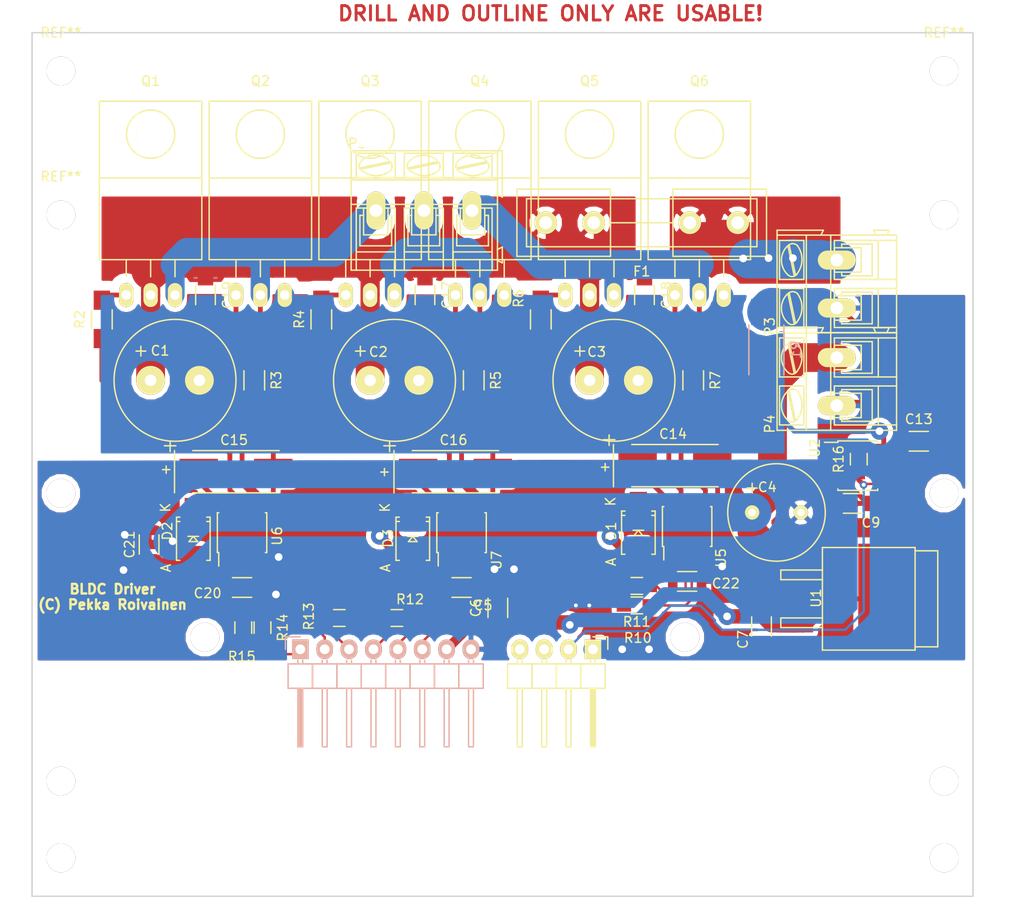
<source format=kicad_pcb>
(kicad_pcb (version 4) (host pcbnew "(2015-08-01 BZR 6032)-product")
  (layers (0 F.Cu signal) (31 B.Cu signal) (34 B.Paste user) (35 F.Paste user) (36 B.SilkS user) (37 F.SilkS user) (38 B.Mask user) (39 F.Mask user) (44 Edge.Cuts user))
  (net 0 "")
  (net 1 GND)
  (net 2 +48V)
  (net 3 +12V)
  (net 4 /MOTOR_C)
  (net 5 /MOTOR_A)
  (net 6 "Net-(C14-Pad1)")
  (net 7 /MOTOR_B)
  (net 8 "Net-(C15-Pad1)")
  (net 9 /L_C)
  (net 10 /H_C)
  (net 11 /L_B)
  (net 12 /H_B)
  (net 13 /L_A)
  (net 14 /H_A)
  (net 15 GNDPWR)
  (net 16 +5V)
  (net 17 "Net-(C16-Pad1)")
  (net 18 "Net-(Q1-Pad1)")
  (net 19 "Net-(Q2-Pad1)")
  (net 20 "Net-(Q3-Pad1)")
  (net 21 "Net-(Q4-Pad1)")
  (net 22 "Net-(Q5-Pad1)")
  (net 23 "Net-(Q6-Pad1)")
  (net 24 "Net-(R2-Pad1)")
  (net 25 "Net-(R3-Pad2)")
  (net 26 "Net-(R4-Pad1)")
  (net 27 "Net-(R5-Pad2)")
  (net 28 "Net-(R6-Pad1)")
  (net 29 "Net-(R7-Pad2)")
  (net 30 "Net-(C9-Pad1)")
  (net 31 /MEAS_BUS)
  (net 32 "Net-(P2-Pad1)")
  (net 33 "Net-(P2-Pad2)")
  (net 34 "Net-(P2-Pad3)")
  (net 35 "Net-(P2-Pad4)")
  (net 36 "Net-(P2-Pad5)")
  (net 37 "Net-(P2-Pad6)")
  (net 38 "Net-(F1-Pad1)")
  (module Mounting_Holes:MountingHole_3mm (layer F.Cu) (at 241 131)
    (fp_text reference REF** hide)
    (fp_text value MountingHole_3mm)
    (pad 1 thru_hole circle (at 0 0) (size 3 3) (drill 3) (layers))
  )
  (module Mounting_Holes:MountingHole_3mm (layer F.Cu) (at 149 131)
    (fp_text reference REF** hide)
    (fp_text value MountingHole_3mm)
    (pad 1 thru_hole circle (at 0 0) (size 3 3) (drill 3) (layers))
  )
  (module Mounting_Holes:MountingHole_3mm (layer F.Cu) (at 241 123)
    (fp_text reference REF** hide)
    (fp_text value MountingHole_3mm)
    (pad 1 thru_hole circle (at 0 0) (size 3 3) (drill 3) (layers))
  )
  (module Mounting_Holes:MountingHole_3mm (layer F.Cu) (at 149 123)
    (fp_text reference REF** hide)
    (fp_text value MountingHole_3mm)
    (pad 1 thru_hole circle (at 0 0) (size 3 3) (drill 3) (layers))
  )
  (module Mounting_Holes:MountingHole_3mm (layer F.Cu) (at 241 49)
    (fp_text reference REF** (at 0 -4.0005) (layer F.SilkS))
    (fp_text value MountingHole_3mm)
    (pad 1 thru_hole circle (at 0 0) (size 3 3) (drill 3) (layers))
  )
  (module Mounting_Holes:MountingHole_3mm (layer F.Cu) (at 149 49)
    (fp_text reference REF** (at 0 -4.0005) (layer F.SilkS))
    (fp_text value MountingHole_3mm)
    (pad 1 thru_hole circle (at 0 0) (size 3 3) (drill 3) (layers))
  )
  (module Mounting_Holes:MountingHole_3mm (layer F.Cu) (at 241 64)
    (fp_text reference REF** hide)
    (fp_text value MountingHole_3mm)
    (pad 1 thru_hole circle (at 0 0) (size 3 3) (drill 3) (layers))
  )
  (module Mounting_Holes:MountingHole_3mm (layer F.Cu) (at 241 93)
    (fp_text reference REF** hide)
    (fp_text value MountingHole_3mm)
    (pad 1 thru_hole circle (at 0 0) (size 3 3) (drill 3) (layers))
  )
  (module Mounting_Holes:MountingHole_3mm (layer F.Cu) (at 214 108)
    (fp_text reference REF** hide)
    (fp_text value MountingHole_3mm)
    (pad 1 thru_hole circle (at 0 0) (size 3 3) (drill 3) (layers))
  )
  (module Mounting_Holes:MountingHole_3mm (layer F.Cu) (at 164 108)
    (fp_text reference REF** hide)
    (fp_text value MountingHole_3mm)
    (pad 1 thru_hole circle (at 0 0) (size 3 3) (drill 3) (layers))
  )
  (module Mounting_Holes:MountingHole_3mm (layer F.Cu) (at 149 93)
    (fp_text reference REF** hide)
    (fp_text value MountingHole_3mm)
    (pad 1 thru_hole circle (at 0 0) (size 3 3) (drill 3) (layers))
  )
  (module Capacitors_Elko_ThroughHole:Elko_vert_25x12.5mm_RM5 (layer F.Cu) (at 158.35 81.23)
    (fp_text reference C1 (at 0.985 -3.085) (layer F.SilkS))
    (fp_text value CP)
    (fp_line (start -1.016 -3.556) (end -1.016 -2.54) (layer F.Cu) (width 0.15))
    (fp_line (start -1.524 -3.048) (end -0.508 -3.048) (layer F.Cu) (width 0.15))
    (pad 2 thru_hole circle (at 5.08 0) (size 2.99974 2.99974) (drill 1.19888) (layers *.Cu *.Mask F.SilkS) (net 15 GNDPWR))
    (pad 1 thru_hole circle (at 0 0) (size 2.99974 2.99974) (drill 1.19888) (layers *.Cu *.Mask F.SilkS) (net 2 +48V))
  )
  (module Capacitors_Elko_ThroughHole:Elko_vert_25x12.5mm_RM5 (layer F.Cu) (at 181.21 81.23)
    (fp_text reference C2 (at 0.858 -2.958) (layer F.SilkS))
    (fp_text value CP)
    (fp_line (start -1.016 -3.556) (end -1.016 -2.54) (layer F.Cu) (width 0.15))
    (fp_line (start -1.524 -3.048) (end -0.508 -3.048) (layer F.Cu) (width 0.15))
    (pad 2 thru_hole circle (at 5.08 0) (size 2.99974 2.99974) (drill 1.19888) (layers *.Cu *.Mask F.SilkS) (net 15 GNDPWR))
    (pad 1 thru_hole circle (at 0 0) (size 2.99974 2.99974) (drill 1.19888) (layers *.Cu *.Mask F.SilkS) (net 2 +48V))
  )
  (module Capacitors_Elko_ThroughHole:Elko_vert_25x12.5mm_RM5 (layer F.Cu) (at 204.07 81.23)
    (fp_text reference C3 (at 0.731 -2.958) (layer F.SilkS))
    (fp_text value CP)
    (fp_line (start -1.016 -3.556) (end -1.016 -2.54) (layer F.Cu) (width 0.15))
    (fp_line (start -1.524 -3.048) (end -0.508 -3.048) (layer F.Cu) (width 0.15))
    (pad 2 thru_hole circle (at 5.08 0) (size 2.99974 2.99974) (drill 1.19888) (layers *.Cu *.Mask F.SilkS) (net 15 GNDPWR))
    (pad 1 thru_hole circle (at 0 0) (size 2.99974 2.99974) (drill 1.19888) (layers *.Cu *.Mask F.SilkS) (net 2 +48V))
  )
  (module Capacitors_Elko_ThroughHole:Elko_vert_20x10mm_RM5 (layer F.Cu) (at 221 95)
    (fp_text reference C4 (at 1.581 -2.631) (layer F.SilkS))
    (fp_text value CP)
    (fp_line (start -0.508 -2.54) (end 0.508 -2.54) (layer F.Cu) (width 0.15))
    (fp_line (start 0 -3.048) (end 0 -2.032) (layer F.Cu) (width 0.15))
    (pad 2 thru_hole circle (at 5.08 0) (size 1.50114 1.50114) (drill 0.8001) (layers *.Cu *.Mask F.SilkS) (net 1 GND))
    (pad 1 thru_hole circle (at 0 0) (size 1.50114 1.50114) (drill 0.8001) (layers *.Cu *.Mask F.SilkS) (net 3 +12V))
  )
  (module Capacitors_SMD:C_1206 (layer F.Cu) (at 190.735 102.82)
    (fp_text reference C5 (at 2.255 1.868) (layer F.SilkS))
    (fp_text value C)
    (pad 1 smd rect (at -1.5 0) (size 1 1.6) (layers F.Cu F.Paste F.Mask) (net 3 +12V))
    (pad 2 smd rect (at 1.5 0) (size 1 1.6) (layers F.Cu F.Paste F.Mask) (net 1 GND))
  )
  (module Capacitors_SMD:C_1206 (layer F.Cu) (at 194.514 104.942 90)
    (fp_text reference C6 (at 0 -2.3 90) (layer F.SilkS))
    (fp_text value C)
    (pad 1 smd rect (at -1.5 0 90) (size 1 1.6) (layers F.Cu F.Paste F.Mask) (net 16 +5V))
    (pad 2 smd rect (at 1.5 0 90) (size 1 1.6) (layers F.Cu F.Paste F.Mask) (net 1 GND))
  )
  (module Capacitors_SMD:C_1206 (layer F.Cu) (at 221.977 106.884 270)
    (fp_text reference C7 (at 1.36 1.936 270) (layer F.SilkS))
    (fp_text value C)
    (pad 1 smd rect (at -1.5 0 270) (size 1 1.6) (layers F.Cu F.Paste F.Mask) (net 16 +5V))
    (pad 2 smd rect (at 1.5 0 270) (size 1 1.6) (layers F.Cu F.Paste F.Mask) (net 1 GND))
  )
  (module Capacitors_SMD:C_1206 (layer F.Cu) (at 231.502 94.057)
    (fp_text reference C9 (at 1.874 1.995) (layer F.SilkS))
    (fp_text value C)
    (pad 1 smd rect (at -1.5 0) (size 1 1.6) (layers F.Cu F.Paste F.Mask) (net 30 "Net-(C9-Pad1)"))
    (pad 2 smd rect (at 1.5 0) (size 1 1.6) (layers F.Cu F.Paste F.Mask) (net 1 GND))
  )
  (module Capacitors_SMD:C_1206 (layer F.Cu) (at 238.36 87.58)
    (fp_text reference C13 (at 0 -2.3) (layer F.SilkS))
    (fp_text value C)
    (pad 1 smd rect (at -1.5 0) (size 1 1.6) (layers F.Cu F.Paste F.Mask) (net 16 +5V))
    (pad 2 smd rect (at 1.5 0) (size 1 1.6) (layers F.Cu F.Paste F.Mask) (net 1 GND))
  )
  (module Capacitors_Tantalum_SMD:TantalC_SizeD_EIA-7343_HandSoldering (layer F.Cu) (at 212.96 90.12)
    (fp_text reference C14 (at -0.20066 -3.29946) (layer F.SilkS))
    (fp_text value 22u)
    (fp_text user + (at -7.27 0.09) (layer F.SilkS))
    (pad 2 smd rect (at 3.88874 0) (size 4.0005 2.70002) (layers F.Cu F.Paste F.Mask) (net 4 /MOTOR_C))
    (pad 1 smd rect (at -3.88874 0) (size 4.0005 2.70002) (layers F.Cu F.Paste F.Mask) (net 6 "Net-(C14-Pad1)"))
  )
  (module Capacitors_Tantalum_SMD:TantalC_SizeD_EIA-7343_HandSoldering (layer F.Cu) (at 167.24 90.755)
    (fp_text reference C15 (at -0.20066 -3.29946) (layer F.SilkS))
    (fp_text value 22u)
    (fp_text user + (at -7.27 -0.291) (layer F.SilkS))
    (pad 2 smd rect (at 3.88874 0) (size 4.0005 2.70002) (layers F.Cu F.Paste F.Mask) (net 5 /MOTOR_A))
    (pad 1 smd rect (at -3.88874 0) (size 4.0005 2.70002) (layers F.Cu F.Paste F.Mask) (net 8 "Net-(C15-Pad1)"))
  )
  (module Capacitors_Tantalum_SMD:TantalC_SizeD_EIA-7343_HandSoldering (layer F.Cu) (at 190.1 90.755)
    (fp_text reference C16 (at -0.20066 -3.29946) (layer F.SilkS))
    (fp_text value 22u)
    (fp_text user + (at -7.397 -0.037) (layer F.SilkS))
    (pad 2 smd rect (at 3.88874 0) (size 4.0005 2.70002) (layers F.Cu F.Paste F.Mask) (net 7 /MOTOR_B))
    (pad 1 smd rect (at -3.88874 0) (size 4.0005 2.70002) (layers F.Cu F.Paste F.Mask) (net 17 "Net-(C16-Pad1)"))
  )
  (module Diodes_SMD:SMA_Handsoldering (layer F.Cu) (at 209.15 97.105 270)
    (fp_text reference D1 (at -0.164 2.825 270) (layer F.SilkS))
    (fp_text value UF4007)
    (fp_text user K (at -3.25 2.9 270) (layer F.SilkS))
    (fp_text user A (at 3.05 2.85 270) (layer F.SilkS))
    (pad 1 smd rect (at -2.49936 0 270) (size 3.50012 1.80086) (layers F.Cu F.Paste F.Mask) (net 6 "Net-(C14-Pad1)"))
    (pad 2 smd rect (at 2.49936 0 270) (size 3.50012 1.80086) (layers F.Cu F.Paste F.Mask) (net 3 +12V))
  )
  (module Diodes_SMD:SMA_Handsoldering (layer F.Cu) (at 162.795 97.74 270)
    (fp_text reference D2 (at -0.799 2.698 270) (layer F.SilkS))
    (fp_text value UF4007)
    (fp_text user K (at -3.25 2.9 270) (layer F.SilkS))
    (fp_text user A (at 3.05 2.85 270) (layer F.SilkS))
    (pad 1 smd rect (at -2.49936 0 270) (size 3.50012 1.80086) (layers F.Cu F.Paste F.Mask) (net 8 "Net-(C15-Pad1)"))
    (pad 2 smd rect (at 2.49936 0 270) (size 3.50012 1.80086) (layers F.Cu F.Paste F.Mask) (net 3 +12V))
  )
  (module Diodes_SMD:SMA_Handsoldering (layer F.Cu) (at 185.655 97.74 270)
    (fp_text reference D3 (at -0.037 2.571 270) (layer F.SilkS))
    (fp_text value UF4007)
    (fp_text user K (at -3.25 2.9 270) (layer F.SilkS))
    (fp_text user A (at 3.05 2.85 270) (layer F.SilkS))
    (pad 1 smd rect (at -2.49936 0 270) (size 3.50012 1.80086) (layers F.Cu F.Paste F.Mask) (net 17 "Net-(C16-Pad1)"))
    (pad 2 smd rect (at 2.49936 0 270) (size 3.50012 1.80086) (layers F.Cu F.Paste F.Mask) (net 3 +12V))
  )
  (module Pin_Headers:Pin_Header_Angled_1x04 (layer F.Cu) (at 204.42 109.26 270)
    (fp_text reference P1 hide)
    (fp_text value CONN_01X04)
    (pad 1 thru_hole rect (at 0 0 270) (size 2.032 1.7272) (drill 1.016) (layers *.Cu *.Mask F.SilkS) (net 1 GND))
    (pad 2 thru_hole oval (at 0 2.54 270) (size 2.032 1.7272) (drill 1.016) (layers *.Cu *.Mask F.SilkS) (net 31 /MEAS_BUS))
    (pad 3 thru_hole oval (at 0 5.08 270) (size 2.032 1.7272) (drill 1.016) (layers *.Cu *.Mask F.SilkS))
    (pad 4 thru_hole oval (at 0 7.62 270) (size 2.032 1.7272) (drill 1.016) (layers *.Cu *.Mask F.SilkS))
  )
  (module Pin_Headers:Pin_Header_Angled_1x08 (layer B.Cu) (at 173.94 109.26 270)
    (fp_text reference P2 hide)
    (fp_text value CONN_01X08 hide)
    (pad 1 thru_hole rect (at 0 0 270) (size 2.032 1.7272) (drill 1.016) (layers *.Cu *.Mask B.SilkS) (net 32 "Net-(P2-Pad1)"))
    (pad 2 thru_hole oval (at 0 -2.54 270) (size 2.032 1.7272) (drill 1.016) (layers *.Cu *.Mask B.SilkS) (net 33 "Net-(P2-Pad2)"))
    (pad 3 thru_hole oval (at 0 -5.08 270) (size 2.032 1.7272) (drill 1.016) (layers *.Cu *.Mask B.SilkS) (net 34 "Net-(P2-Pad3)"))
    (pad 4 thru_hole oval (at 0 -7.62 270) (size 2.032 1.7272) (drill 1.016) (layers *.Cu *.Mask B.SilkS) (net 35 "Net-(P2-Pad4)"))
    (pad 5 thru_hole oval (at 0 -10.16 270) (size 2.032 1.7272) (drill 1.016) (layers *.Cu *.Mask B.SilkS) (net 36 "Net-(P2-Pad5)"))
    (pad 6 thru_hole oval (at 0 -12.7 270) (size 2.032 1.7272) (drill 1.016) (layers *.Cu *.Mask B.SilkS) (net 37 "Net-(P2-Pad6)"))
    (pad 7 thru_hole oval (at 0 -15.24 270) (size 2.032 1.7272) (drill 1.016) (layers *.Cu *.Mask B.SilkS) (net 16 +5V))
    (pad 8 thru_hole oval (at 0 -17.78 270) (size 2.032 1.7272) (drill 1.016) (layers *.Cu *.Mask B.SilkS) (net 1 GND))
  )
  (module Resistors_SMD:R_2512_HandSoldering (layer B.Cu) (at 222.485 78.055 90)
    (fp_text reference R1 (at 0 3.1 90) (layer B.SilkS) (effects (justify mirror)))
    (fp_text value 10m)
    (pad 1 smd rect (at -3.95 0 90) (size 2.7 3.2) (layers B.Cu B.Paste B.Mask) (net 15 GNDPWR))
    (pad 2 smd rect (at 3.95 0 90) (size 2.7 3.2) (layers B.Cu B.Paste B.Mask) (net 1 GND))
  )
  (module Resistors_SMD:R_1206_HandSoldering (layer F.Cu) (at 153.27 74.88 90)
    (fp_text reference R2 (at 0 -2.3 90) (layer F.SilkS))
    (fp_text value 10)
    (pad 1 smd rect (at -2 0 90) (size 2 1.7) (layers F.Cu F.Paste F.Mask) (net 24 "Net-(R2-Pad1)"))
    (pad 2 smd rect (at 2 0 90) (size 2 1.7) (layers F.Cu F.Paste F.Mask) (net 18 "Net-(Q1-Pad1)"))
  )
  (module Resistors_SMD:R_1206_HandSoldering (layer F.Cu) (at 169.145 81.23 270)
    (fp_text reference R3 (at 0 -2.3 270) (layer F.SilkS))
    (fp_text value 10)
    (pad 1 smd rect (at -2 0 270) (size 2 1.7) (layers F.Cu F.Paste F.Mask) (net 19 "Net-(Q2-Pad1)"))
    (pad 2 smd rect (at 2 0 270) (size 2 1.7) (layers F.Cu F.Paste F.Mask) (net 25 "Net-(R3-Pad2)"))
  )
  (module Resistors_SMD:R_1206_HandSoldering (layer F.Cu) (at 176.13 74.88 90)
    (fp_text reference R4 (at 0 -2.3 90) (layer F.SilkS))
    (fp_text value 10)
    (pad 1 smd rect (at -2 0 90) (size 2 1.7) (layers F.Cu F.Paste F.Mask) (net 26 "Net-(R4-Pad1)"))
    (pad 2 smd rect (at 2 0 90) (size 2 1.7) (layers F.Cu F.Paste F.Mask) (net 20 "Net-(Q3-Pad1)"))
  )
  (module Resistors_SMD:R_1206_HandSoldering (layer F.Cu) (at 192.005 81.23 270)
    (fp_text reference R5 (at 0 -2.3 270) (layer F.SilkS))
    (fp_text value 10)
    (pad 1 smd rect (at -2 0 270) (size 2 1.7) (layers F.Cu F.Paste F.Mask) (net 21 "Net-(Q4-Pad1)"))
    (pad 2 smd rect (at 2 0 270) (size 2 1.7) (layers F.Cu F.Paste F.Mask) (net 27 "Net-(R5-Pad2)"))
  )
  (module Resistors_SMD:R_1206_HandSoldering (layer F.Cu) (at 198.99 74.88 90)
    (fp_text reference R6 (at 2.196 -2.317 90) (layer F.SilkS))
    (fp_text value 10)
    (pad 1 smd rect (at -2 0 90) (size 2 1.7) (layers F.Cu F.Paste F.Mask) (net 28 "Net-(R6-Pad1)"))
    (pad 2 smd rect (at 2 0 90) (size 2 1.7) (layers F.Cu F.Paste F.Mask) (net 22 "Net-(Q5-Pad1)"))
  )
  (module Resistors_SMD:R_1206_HandSoldering (layer F.Cu) (at 214.865 81.23 270)
    (fp_text reference R7 (at 0 -2.3 270) (layer F.SilkS))
    (fp_text value 10)
    (pad 1 smd rect (at -2 0 270) (size 2 1.7) (layers F.Cu F.Paste F.Mask) (net 23 "Net-(Q6-Pad1)"))
    (pad 2 smd rect (at 2 0 270) (size 2 1.7) (layers F.Cu F.Paste F.Mask) (net 29 "Net-(R7-Pad2)"))
  )
  (module Transistors_SMD:sot404 (layer F.Cu) (at 231 104 270)
    (fp_text reference U1 (at -0.074 3.339 270) (layer F.SilkS))
    (fp_text value 7805_NUMB)
    (pad 1 smd rect (at -2.49936 5.5499 270) (size 1.99898 3.79984) (layers F.Cu F.Paste F.Mask) (net 3 +12V))
    (pad 3 smd rect (at 2.49936 5.5499 270) (size 1.99898 3.79984) (layers F.Cu F.Paste F.Mask) (net 16 +5V))
    (pad 2 smd rect (at 0 -5.5499 270) (size 11.50112 8.99922) (layers F.Cu F.Paste F.Mask) (net 1 GND))
  )
  (module Housings_SOIC:SOIC-8_3.9x4.9mm_Pitch1.27mm (layer F.Cu) (at 232.01 90.12)
    (fp_text reference U2 (at -4.476 -1.815 90) (layer F.SilkS))
    (fp_text value INA27x)
    (pad 1 smd rect (at -2.7 -1.905) (size 1.55 0.6) (layers F.Cu F.Paste F.Mask) (net 1 GND))
    (pad 2 smd rect (at -2.7 -0.635) (size 1.55 0.6) (layers F.Cu F.Paste F.Mask) (net 1 GND))
    (pad 3 smd rect (at -2.7 0.635) (size 1.55 0.6) (layers F.Cu F.Paste F.Mask) (net 30 "Net-(C9-Pad1)"))
    (pad 4 smd rect (at -2.7 1.905) (size 1.55 0.6) (layers F.Cu F.Paste F.Mask) (net 30 "Net-(C9-Pad1)"))
    (pad 5 smd rect (at 2.7 1.905) (size 1.55 0.6) (layers F.Cu F.Paste F.Mask) (net 31 /MEAS_BUS))
    (pad 6 smd rect (at 2.7 0.635) (size 1.55 0.6) (layers F.Cu F.Paste F.Mask) (net 16 +5V))
    (pad 7 smd rect (at 2.7 -0.635) (size 1.55 0.6) (layers F.Cu F.Paste F.Mask))
    (pad 8 smd rect (at 2.7 -1.905) (size 1.55 0.6) (layers F.Cu F.Paste F.Mask) (net 15 GNDPWR))
  )
  (module Housings_SOIC:SOIC-8_3.9x4.9mm_Pitch1.27mm (layer F.Cu) (at 214.23 96.47 90)
    (fp_text reference U5 (at -3.265 3.525 90) (layer F.SilkS))
    (fp_text value IR2101)
    (pad 1 smd rect (at -2.7 -1.905 90) (size 1.55 0.6) (layers F.Cu F.Paste F.Mask) (net 3 +12V))
    (pad 2 smd rect (at -2.7 -0.635 90) (size 1.55 0.6) (layers F.Cu F.Paste F.Mask) (net 10 /H_C))
    (pad 3 smd rect (at -2.7 0.635 90) (size 1.55 0.6) (layers F.Cu F.Paste F.Mask) (net 9 /L_C))
    (pad 4 smd rect (at -2.7 1.905 90) (size 1.55 0.6) (layers F.Cu F.Paste F.Mask) (net 1 GND))
    (pad 5 smd rect (at 2.7 1.905 90) (size 1.55 0.6) (layers F.Cu F.Paste F.Mask) (net 29 "Net-(R7-Pad2)"))
    (pad 6 smd rect (at 2.7 0.635 90) (size 1.55 0.6) (layers F.Cu F.Paste F.Mask) (net 4 /MOTOR_C))
    (pad 7 smd rect (at 2.7 -0.635 90) (size 1.55 0.6) (layers F.Cu F.Paste F.Mask) (net 28 "Net-(R6-Pad1)"))
    (pad 8 smd rect (at 2.7 -1.905 90) (size 1.55 0.6) (layers F.Cu F.Paste F.Mask) (net 6 "Net-(C14-Pad1)"))
  )
  (module Housings_SOIC:SOIC-8_3.9x4.9mm_Pitch1.27mm (layer F.Cu) (at 167.875 97.105 90)
    (fp_text reference U6 (at -0.344 3.652 90) (layer F.SilkS))
    (fp_text value IR2101)
    (pad 1 smd rect (at -2.7 -1.905 90) (size 1.55 0.6) (layers F.Cu F.Paste F.Mask) (net 3 +12V))
    (pad 2 smd rect (at -2.7 -0.635 90) (size 1.55 0.6) (layers F.Cu F.Paste F.Mask) (net 14 /H_A))
    (pad 3 smd rect (at -2.7 0.635 90) (size 1.55 0.6) (layers F.Cu F.Paste F.Mask) (net 13 /L_A))
    (pad 4 smd rect (at -2.7 1.905 90) (size 1.55 0.6) (layers F.Cu F.Paste F.Mask) (net 1 GND))
    (pad 5 smd rect (at 2.7 1.905 90) (size 1.55 0.6) (layers F.Cu F.Paste F.Mask) (net 25 "Net-(R3-Pad2)"))
    (pad 6 smd rect (at 2.7 0.635 90) (size 1.55 0.6) (layers F.Cu F.Paste F.Mask) (net 5 /MOTOR_A))
    (pad 7 smd rect (at 2.7 -0.635 90) (size 1.55 0.6) (layers F.Cu F.Paste F.Mask) (net 24 "Net-(R2-Pad1)"))
    (pad 8 smd rect (at 2.7 -1.905 90) (size 1.55 0.6) (layers F.Cu F.Paste F.Mask) (net 8 "Net-(C15-Pad1)"))
  )
  (module Housings_SOIC:SOIC-8_3.9x4.9mm_Pitch1.27mm (layer F.Cu) (at 190.735 97.105 90)
    (fp_text reference U7 (at -2.884 3.652 90) (layer F.SilkS))
    (fp_text value IR2101)
    (pad 1 smd rect (at -2.7 -1.905 90) (size 1.55 0.6) (layers F.Cu F.Paste F.Mask) (net 3 +12V))
    (pad 2 smd rect (at -2.7 -0.635 90) (size 1.55 0.6) (layers F.Cu F.Paste F.Mask) (net 12 /H_B))
    (pad 3 smd rect (at -2.7 0.635 90) (size 1.55 0.6) (layers F.Cu F.Paste F.Mask) (net 11 /L_B))
    (pad 4 smd rect (at -2.7 1.905 90) (size 1.55 0.6) (layers F.Cu F.Paste F.Mask) (net 1 GND))
    (pad 5 smd rect (at 2.7 1.905 90) (size 1.55 0.6) (layers F.Cu F.Paste F.Mask) (net 27 "Net-(R5-Pad2)"))
    (pad 6 smd rect (at 2.7 0.635 90) (size 1.55 0.6) (layers F.Cu F.Paste F.Mask) (net 7 /MOTOR_B))
    (pad 7 smd rect (at 2.7 -0.635 90) (size 1.55 0.6) (layers F.Cu F.Paste F.Mask) (net 26 "Net-(R4-Pad1)"))
    (pad 8 smd rect (at 2.7 -1.905 90) (size 1.55 0.6) (layers F.Cu F.Paste F.Mask) (net 17 "Net-(C16-Pad1)"))
  )
  (module Capacitors_SMD:C_1206 (layer F.Cu) (at 186.925 72.34 270)
    (fp_text reference C17 (at 0 -2.3 270) (layer F.SilkS))
    (fp_text value C)
    (pad 1 smd rect (at -1.5 0 270) (size 1 1.6) (layers F.Cu F.Paste F.Mask) (net 2 +48V))
    (pad 2 smd rect (at 1.5 0 270) (size 1 1.6) (layers F.Cu F.Paste F.Mask) (net 15 GNDPWR))
  )
  (module Capacitors_SMD:C_1206 (layer F.Cu) (at 209.785 72.34 270)
    (fp_text reference C18 (at 0 -2.3 270) (layer F.SilkS))
    (fp_text value C)
    (pad 1 smd rect (at -1.5 0 270) (size 1 1.6) (layers F.Cu F.Paste F.Mask) (net 2 +48V))
    (pad 2 smd rect (at 1.5 0 270) (size 1 1.6) (layers F.Cu F.Paste F.Mask) (net 15 GNDPWR))
  )
  (module Capacitors_SMD:C_1206 (layer F.Cu) (at 164.065 72.34 270)
    (fp_text reference C19 (at 0 -2.3 270) (layer F.SilkS))
    (fp_text value C)
    (pad 1 smd rect (at -1.5 0 270) (size 1 1.6) (layers F.Cu F.Paste F.Mask) (net 2 +48V))
    (pad 2 smd rect (at 1.5 0 270) (size 1 1.6) (layers F.Cu F.Paste F.Mask) (net 15 GNDPWR))
  )
  (module Capacitors_SMD:C_1206 (layer F.Cu) (at 167.875 102.82)
    (fp_text reference C20 (at -3.587 0.598) (layer F.SilkS))
    (fp_text value C)
    (pad 1 smd rect (at -1.5 0) (size 1 1.6) (layers F.Cu F.Paste F.Mask) (net 3 +12V))
    (pad 2 smd rect (at 1.5 0) (size 1 1.6) (layers F.Cu F.Paste F.Mask) (net 1 GND))
  )
  (module Capacitors_SMD:C_1206 (layer F.Cu) (at 158.192 98.338 90)
    (fp_text reference C21 (at 0 -2.032 90) (layer F.SilkS))
    (fp_text value C)
    (pad 1 smd rect (at -1.5 0 90) (size 1 1.6) (layers F.Cu F.Paste F.Mask) (net 3 +12V))
    (pad 2 smd rect (at 1.5 0 90) (size 1 1.6) (layers F.Cu F.Paste F.Mask) (net 1 GND))
  )
  (module Capacitors_SMD:C_1206 (layer F.Cu) (at 214.23 102.185)
    (fp_text reference C22 (at 4.033 0.217) (layer F.SilkS))
    (fp_text value C)
    (pad 1 smd rect (at -1.5 0) (size 1 1.6) (layers F.Cu F.Paste F.Mask) (net 3 +12V))
    (pad 2 smd rect (at 1.5 0) (size 1 1.6) (layers F.Cu F.Paste F.Mask) (net 1 GND))
  )
  (module Resistors_SMD:R_0805_HandSoldering (layer F.Cu) (at 208.992 104.688 180)
    (fp_text reference R10 (at -0.103 -3.387 180) (layer F.SilkS))
    (fp_text value 150)
    (pad 1 smd rect (at -1.35 0 180) (size 1.5 1.3) (layers F.Cu F.Paste F.Mask) (net 9 /L_C))
    (pad 2 smd rect (at 1.35 0 180) (size 1.5 1.3) (layers F.Cu F.Paste F.Mask) (net 37 "Net-(P2-Pad6)"))
  )
  (module Resistors_SMD:R_0805_HandSoldering (layer F.Cu) (at 208.992 102.656 180)
    (fp_text reference R11 (at 0.008 -3.736 180) (layer F.SilkS))
    (fp_text value 150)
    (pad 1 smd rect (at -1.35 0 180) (size 1.5 1.3) (layers F.Cu F.Paste F.Mask) (net 10 /H_C))
    (pad 2 smd rect (at 1.35 0 180) (size 1.5 1.3) (layers F.Cu F.Paste F.Mask) (net 36 "Net-(P2-Pad5)"))
  )
  (module Resistors_SMD:R_0805_HandSoldering (layer F.Cu) (at 184 106 180)
    (fp_text reference R12 (at -1.37 1.947 180) (layer F.SilkS))
    (fp_text value 150)
    (pad 1 smd rect (at -1.35 0 180) (size 1.5 1.3) (layers F.Cu F.Paste F.Mask) (net 11 /L_B))
    (pad 2 smd rect (at 1.35 0 180) (size 1.5 1.3) (layers F.Cu F.Paste F.Mask) (net 35 "Net-(P2-Pad4)"))
  )
  (module Resistors_SMD:R_0805_HandSoldering (layer F.Cu) (at 178 106 180)
    (fp_text reference R13 (at 3.171 0.169 270) (layer F.SilkS))
    (fp_text value 150)
    (pad 1 smd rect (at -1.35 0 180) (size 1.5 1.3) (layers F.Cu F.Paste F.Mask) (net 12 /H_B))
    (pad 2 smd rect (at 1.35 0 180) (size 1.5 1.3) (layers F.Cu F.Paste F.Mask) (net 34 "Net-(P2-Pad3)"))
  )
  (module Resistors_SMD:R_0805_HandSoldering (layer F.Cu) (at 170 107 270)
    (fp_text reference R14 (at 0 -2.1 270) (layer F.SilkS))
    (fp_text value 150)
    (pad 1 smd rect (at -1.35 0 270) (size 1.5 1.3) (layers F.Cu F.Paste F.Mask) (net 13 /L_A))
    (pad 2 smd rect (at 1.35 0 270) (size 1.5 1.3) (layers F.Cu F.Paste F.Mask) (net 33 "Net-(P2-Pad2)"))
  )
  (module Resistors_SMD:R_0805_HandSoldering (layer F.Cu) (at 168 107 270)
    (fp_text reference R15 (at 3.022 0.156 360) (layer F.SilkS))
    (fp_text value 150)
    (pad 1 smd rect (at -1.35 0 270) (size 1.5 1.3) (layers F.Cu F.Paste F.Mask) (net 14 /H_A))
    (pad 2 smd rect (at 1.35 0 270) (size 1.5 1.3) (layers F.Cu F.Paste F.Mask) (net 32 "Net-(P2-Pad1)"))
  )
  (module Resistors_SMD:R_0805_HandSoldering (layer F.Cu) (at 232.106 89.448 90)
    (fp_text reference R16 (at 0 -2.1 90) (layer F.SilkS))
    (fp_text value NM)
    (pad 1 smd rect (at -1.35 0 90) (size 1.5 1.3) (layers F.Cu F.Paste F.Mask) (net 31 /MEAS_BUS))
    (pad 2 smd rect (at 1.35 0 90) (size 1.5 1.3) (layers F.Cu F.Paste F.Mask) (net 15 GNDPWR))
  )
  (module Fuse_Holders_and_Fuses:Fuseholder5x20_horiz_open_inline_Type-I (layer F.Cu) (at 209.5 64.81 180)
    (fp_text reference F1 (at 0 -5.08 180) (layer F.SilkS))
    (fp_text value 10A?)
    (pad 2 thru_hole circle (at 5.00126 0 180) (size 2.3495 2.3495) (drill 1.34874) (layers *.Cu *.Mask F.SilkS) (net 2 +48V))
    (pad 2 thru_hole circle (at 9.99998 0 180) (size 2.3495 2.3495) (drill 1.34874) (layers *.Cu *.Mask F.SilkS) (net 2 +48V))
    (pad 1 thru_hole circle (at -5.00126 0 180) (size 2.3495 2.3495) (drill 1.34874) (layers *.Cu *.Mask F.SilkS) (net 38 "Net-(F1-Pad1)"))
    (pad 1 thru_hole circle (at -9.99998 0 180) (size 2.3495 2.3495) (drill 1.34874) (layers *.Cu *.Mask F.SilkS) (net 38 "Net-(F1-Pad1)"))
  )
  (module Mounting_Holes:MountingHole_3mm (layer F.Cu) (at 149 64)
    (fp_text reference REF** (at 0 -4.0005) (layer F.SilkS))
    (fp_text value MountingHole_3mm)
    (pad 1 thru_hole circle (at 0 0) (size 3 3) (drill 3) (layers))
  )
  (module Connect:AK300-2 (layer F.Cu) (at 229.82 73.7 90)
    (fp_text reference P3 (at -1.92 -6.985 90) (layer F.SilkS))
    (fp_text value CONN_01X02)
    (pad 1 thru_hole oval (at 0 0 90) (size 1.9812 3.9624) (drill 1.3208) (layers *.Cu *.Mask F.SilkS) (net 1 GND))
    (pad 2 thru_hole oval (at 5 0 90) (size 1.9812 3.9624) (drill 1.3208) (layers *.Cu *.Mask F.SilkS) (net 38 "Net-(F1-Pad1)"))
  )
  (module Connect:AK300-2 (layer F.Cu) (at 229.82 83.86 90)
    (fp_text reference P4 (at -1.92 -6.985 90) (layer F.SilkS))
    (fp_text value CONN_01X02)
    (pad 1 thru_hole oval (at 0 0 90) (size 1.9812 3.9624) (drill 1.3208) (layers *.Cu *.Mask F.SilkS) (net 1 GND))
    (pad 2 thru_hole oval (at 5 0 90) (size 1.9812 3.9624) (drill 1.3208) (layers *.Cu *.Mask F.SilkS) (net 3 +12V))
  )
  (module Connect:AK300-3 (layer F.Cu) (at 181.814 63.54)
    (fp_text reference P5 (at -1.945 -6.995) (layer F.SilkS))
    (fp_text value CONN_01X03)
    (pad 1 thru_hole oval (at 0 0) (size 1.9812 3.9624) (drill 1.3208) (layers *.Cu *.Mask F.SilkS) (net 5 /MOTOR_A))
    (pad 2 thru_hole oval (at 5 0) (size 1.9812 3.9624) (drill 1.3208) (layers *.Cu *.Mask F.SilkS) (net 7 /MOTOR_B))
    (pad 3 thru_hole oval (at 10 0) (size 1.9812 3.9624) (drill 1.3208) (layers *.Cu *.Mask F.SilkS) (net 4 /MOTOR_C))
  )
  (module jst-ph:TO-220_Neutral123_Horizontal_DRILLED (layer F.Cu) (at 215.5 72.34)
    (fp_text reference Q6 (at 0 -22.3012) (layer F.SilkS))
    (fp_text value Q_NMOS_GDS hide)
    (pad 2 thru_hole oval (at 0 0 90) (size 2.49936 1.50114) (drill 1.00076) (layers *.Cu *.Mask F.SilkS) (net 4 /MOTOR_C))
    (pad 1 thru_hole oval (at -2.54 0 90) (size 2.49936 1.50114) (drill 1.00076) (layers *.Cu *.Mask F.SilkS) (net 23 "Net-(Q6-Pad1)"))
    (pad 3 thru_hole oval (at 2.54 0 90) (size 2.49936 1.50114) (drill 1.00076) (layers *.Cu *.Mask F.SilkS) (net 15 GNDPWR))
    (pad "" np_thru_hole circle (at 0 -16.764) (size 3 3) (drill 3) (layers *.Cu *.Mask F.SilkS))
  )
  (module jst-ph:TO-220_Neutral123_Horizontal_DRILLED (layer F.Cu) (at 204.07 72.34)
    (fp_text reference Q5 (at 0 -22.3012) (layer F.SilkS))
    (fp_text value Q_NMOS_GDS hide)
    (pad 2 thru_hole oval (at 0 0 90) (size 2.49936 1.50114) (drill 1.00076) (layers *.Cu *.Mask F.SilkS) (net 2 +48V))
    (pad 1 thru_hole oval (at -2.54 0 90) (size 2.49936 1.50114) (drill 1.00076) (layers *.Cu *.Mask F.SilkS) (net 22 "Net-(Q5-Pad1)"))
    (pad 3 thru_hole oval (at 2.54 0 90) (size 2.49936 1.50114) (drill 1.00076) (layers *.Cu *.Mask F.SilkS) (net 4 /MOTOR_C))
    (pad "" np_thru_hole circle (at 0 -16.764) (size 3 3) (drill 3) (layers *.Cu *.Mask F.SilkS))
  )
  (module jst-ph:TO-220_Neutral123_Horizontal_DRILLED (layer F.Cu) (at 192.64 72.34)
    (fp_text reference Q4 (at 0 -22.3012) (layer F.SilkS))
    (fp_text value Q_NMOS_GDS hide)
    (pad 2 thru_hole oval (at 0 0 90) (size 2.49936 1.50114) (drill 1.00076) (layers *.Cu *.Mask F.SilkS) (net 7 /MOTOR_B))
    (pad 1 thru_hole oval (at -2.54 0 90) (size 2.49936 1.50114) (drill 1.00076) (layers *.Cu *.Mask F.SilkS) (net 21 "Net-(Q4-Pad1)"))
    (pad 3 thru_hole oval (at 2.54 0 90) (size 2.49936 1.50114) (drill 1.00076) (layers *.Cu *.Mask F.SilkS) (net 15 GNDPWR))
    (pad "" np_thru_hole circle (at 0 -16.764) (size 3 3) (drill 3) (layers *.Cu *.Mask F.SilkS))
  )
  (module jst-ph:TO-220_Neutral123_Horizontal_DRILLED (layer F.Cu) (at 181.21 72.34)
    (fp_text reference Q3 (at 0 -22.3012) (layer F.SilkS))
    (fp_text value Q_NMOS_GDS hide)
    (pad 2 thru_hole oval (at 0 0 90) (size 2.49936 1.50114) (drill 1.00076) (layers *.Cu *.Mask F.SilkS) (net 2 +48V))
    (pad 1 thru_hole oval (at -2.54 0 90) (size 2.49936 1.50114) (drill 1.00076) (layers *.Cu *.Mask F.SilkS) (net 20 "Net-(Q3-Pad1)"))
    (pad 3 thru_hole oval (at 2.54 0 90) (size 2.49936 1.50114) (drill 1.00076) (layers *.Cu *.Mask F.SilkS) (net 7 /MOTOR_B))
    (pad "" np_thru_hole circle (at 0 -16.764) (size 3 3) (drill 3) (layers *.Cu *.Mask F.SilkS))
  )
  (module jst-ph:TO-220_Neutral123_Horizontal_DRILLED (layer F.Cu) (at 169.78 72.34)
    (fp_text reference Q2 (at 0 -22.3012) (layer F.SilkS))
    (fp_text value Q_NMOS_GDS hide)
    (pad 2 thru_hole oval (at 0 0 90) (size 2.49936 1.50114) (drill 1.00076) (layers *.Cu *.Mask F.SilkS) (net 5 /MOTOR_A))
    (pad 1 thru_hole oval (at -2.54 0 90) (size 2.49936 1.50114) (drill 1.00076) (layers *.Cu *.Mask F.SilkS) (net 19 "Net-(Q2-Pad1)"))
    (pad 3 thru_hole oval (at 2.54 0 90) (size 2.49936 1.50114) (drill 1.00076) (layers *.Cu *.Mask F.SilkS) (net 15 GNDPWR))
    (pad "" np_thru_hole circle (at 0 -16.764) (size 3 3) (drill 3) (layers *.Cu *.Mask F.SilkS))
  )
  (module jst-ph:TO-220_Neutral123_Horizontal_DRILLED (layer F.Cu) (at 158.35 72.34)
    (fp_text reference Q1 (at 0 -22.3012) (layer F.SilkS))
    (fp_text value Q_NMOS_GDS hide)
    (pad 2 thru_hole oval (at 0 0 90) (size 2.49936 1.50114) (drill 1.00076) (layers *.Cu *.Mask F.SilkS) (net 2 +48V))
    (pad 1 thru_hole oval (at -2.54 0 90) (size 2.49936 1.50114) (drill 1.00076) (layers *.Cu *.Mask F.SilkS) (net 18 "Net-(Q1-Pad1)"))
    (pad 3 thru_hole oval (at 2.54 0 90) (size 2.49936 1.50114) (drill 1.00076) (layers *.Cu *.Mask F.SilkS) (net 5 /MOTOR_A))
    (pad "" np_thru_hole circle (at 0 -16.764) (size 3 3) (drill 3) (layers *.Cu *.Mask F.SilkS))
  )
  (gr_text "DRILL AND OUTLINE ONLY ARE USABLE!" (at 200 43) (layer F.Cu) (effects (font (size 1.5 1.5) (thickness 0.3))))
  (gr_line (start 146 135) (end 146 45) (angle 90) (layer Edge.Cuts) (width 0.15))
  (gr_line (start 244 45) (end 244 135) (angle 90) (layer Edge.Cuts) (width 0.15))
  (gr_text "BLDC Driver\n(C) Pekka Roivainen" (at 154.382 103.799) (layer F.SilkS) (effects (font (size 1 1) (thickness 0.25))))
  (gr_line (start 244 135) (end 146 135) (angle 90) (layer Edge.Cuts) (width 0.15))
  (gr_line (start 146 45) (end 244 45) (angle 90) (layer Edge.Cuts) (width 0.15))
  (segment (start 228.2 83.77) (end 231.502 83.77) (width 0.5) (layer F.Cu) (net 1))
  (segment (start 231.629 83.516) (end 234.042 83.516) (width 0.5) (layer F.Cu) (net 1))
  (segment (start 231.629 83.643) (end 231.629 83.516) (width 0.5) (layer F.Cu) (net 1))
  (segment (start 231.502 83.77) (end 231.629 83.643) (width 0.5) (layer F.Cu) (net 1))
  (segment (start 228.2 73.61) (end 230.105 73.61) (width 0.5) (layer F.Cu) (net 1))
  (segment (start 230.105 73.61) (end 234.042 77.547) (width 0.5) (layer F.Cu) (net 1))
  (segment (start 234.042 77.547) (end 234.042 83.516) (width 0.5) (layer F.Cu) (net 1))
  (segment (start 204.42 109.26) (end 204.42 105.069) (width 0.25) (layer F.Cu) (net 1))
  (segment (start 202.642 104.688) (end 201.753 104.688) (width 0.25) (layer F.Cu) (net 1))
  (via (at 202.642 104.688) (size 0.8) (drill 0.4) (layers F.Cu B.Cu) (net 1))
  (segment (start 204.039 104.688) (end 202.642 104.688) (width 0.25) (layer B.Cu) (net 1))
  (via (at 204.039 104.688) (size 0.8) (drill 0.4) (layers F.Cu B.Cu) (net 1))
  (segment (start 204.42 105.069) (end 204.039 104.688) (width 0.25) (layer F.Cu) (net 1))
  (segment (start 217.755 102.021) (end 217.755 100.751) (width 0.25) (layer F.Cu) (net 1))
  (segment (start 217.591 102.185) (end 217.755 102.021) (width 0.25) (layer F.Cu) (net 1))
  (segment (start 215.73 102.185) (end 217.591 102.185) (width 0.25) (layer F.Cu) (net 1))
  (segment (start 218.136 100.37) (end 219.66 100.37) (width 0.25) (layer B.Cu) (net 1))
  (segment (start 217.882 100.624) (end 218.136 100.37) (width 0.25) (layer B.Cu) (net 1))
  (via (at 217.882 100.624) (size 1.8) (drill 0.8) (layers F.Cu B.Cu) (net 1))
  (segment (start 217.755 100.751) (end 217.882 100.624) (width 0.25) (layer F.Cu) (net 1))
  (segment (start 204.42 109.26) (end 207.468 109.26) (width 2) (layer B.Cu) (net 1))
  (via (at 207.468 109.26) (size 1.8) (drill 0.8) (layers F.Cu B.Cu) (net 1))
  (segment (start 207.468 109.26) (end 210.262 109.26) (width 2) (layer F.Cu) (net 1))
  (via (at 210.262 109.26) (size 1.8) (drill 0.8) (layers F.Cu B.Cu) (net 1))
  (segment (start 169.375 102.82) (end 170.675 102.82) (width 0.25) (layer F.Cu) (net 1))
  (segment (start 171.4 103.545) (end 172.924 103.545) (width 0.25) (layer B.Cu) (net 1))
  (via (at 171.4 103.545) (size 1.8) (drill 0.8) (layers F.Cu B.Cu) (net 1))
  (segment (start 170.675 102.82) (end 171.4 103.545) (width 0.25) (layer F.Cu) (net 1))
  (segment (start 229.31 89.485) (end 230.201 89.485) (width 0.5) (layer F.Cu) (net 1))
  (segment (start 230.709 91.764) (end 233.002 94.057) (width 0.5) (layer F.Cu) (net 1))
  (segment (start 195.585 102.82) (end 195.585 101.526) (width 1) (layer F.Cu) (net 1))
  (segment (start 193.632 101.423) (end 192.235 102.82) (width 1) (layer F.Cu) (net 1))
  (segment (start 193.656 101.423) (end 193.632 101.423) (width 1) (layer F.Cu) (net 1))
  (segment (start 194.164 100.915) (end 193.656 101.423) (width 1) (layer F.Cu) (net 1))
  (via (at 194.164 100.915) (size 1.8) (drill 0.8) (layers F.Cu B.Cu) (net 1))
  (segment (start 196.196 100.915) (end 194.164 100.915) (width 1) (layer B.Cu) (net 1))
  (via (at 196.196 100.915) (size 1.8) (drill 0.8) (layers F.Cu B.Cu) (net 1))
  (segment (start 195.585 101.526) (end 196.196 100.915) (width 1) (layer F.Cu) (net 1))
  (segment (start 158.985 96.875) (end 156.136 96.838) (width 1) (layer F.Cu) (net 1))
  (segment (start 155.525 101.005) (end 161.144 104.979) (width 1) (layer F.Cu) (net 1))
  (via (at 155.525 101.005) (size 1.8) (drill 0.8) (layers F.Cu B.Cu) (net 1))
  (segment (start 155.525 97.449) (end 155.525 101.005) (width 1) (layer B.Cu) (net 1))
  (segment (start 155.652 97.322) (end 155.525 97.449) (width 1) (layer B.Cu) (net 1))
  (via (at 155.652 97.322) (size 1.8) (drill 0.8) (layers F.Cu B.Cu) (net 1))
  (segment (start 156.136 96.838) (end 155.652 97.322) (width 1) (layer F.Cu) (net 1))
  (segment (start 169.78 99.805) (end 169.78 99.391) (width 1) (layer F.Cu) (net 1))
  (segment (start 169.78 99.391) (end 170.542 98.629) (width 1) (layer F.Cu) (net 1))
  (via (at 171.685 99.645) (size 1.8) (drill 0.8) (layers F.Cu B.Cu) (net 1))
  (segment (start 170.542 98.629) (end 171.685 99.645) (width 1) (layer F.Cu) (net 1))
  (segment (start 228.2 73.61) (end 222.98 73.61) (width 4) (layer B.Cu) (net 1))
  (segment (start 222.98 73.61) (end 222.485 74.105) (width 4) (layer B.Cu) (net 1))
  (segment (start 216.135 99.17) (end 216.135 101.78) (width 0.5) (layer F.Cu) (net 1))
  (segment (start 216.135 101.78) (end 215.73 102.185) (width 0.5) (layer F.Cu) (net 1))
  (segment (start 192.64 99.805) (end 192.64 102.415) (width 0.5) (layer F.Cu) (net 1))
  (segment (start 192.64 102.415) (end 192.235 102.82) (width 0.5) (layer F.Cu) (net 1))
  (segment (start 169.375 102.82) (end 169.375 101.955) (width 0.5) (layer F.Cu) (net 1))
  (segment (start 169.78 101.55) (end 169.78 99.805) (width 0.5) (layer F.Cu) (net 1))
  (segment (start 169.375 101.955) (end 169.78 101.55) (width 0.5) (layer F.Cu) (net 1))
  (segment (start 230.201 89.485) (end 230.492 89.485) (width 0.5) (layer F.Cu) (net 1))
  (segment (start 230.709 89.702) (end 230.709 91.764) (width 0.5) (layer F.Cu) (net 1))
  (segment (start 230.492 89.485) (end 230.709 89.702) (width 0.5) (layer F.Cu) (net 1))
  (segment (start 204.99874 65) (end 204.99874 67.60126) (width 1) (layer F.Cu) (net 2))
  (segment (start 204.99874 67.60126) (end 204.07 68.53) (width 1) (layer F.Cu) (net 2))
  (segment (start 200.00002 65) (end 200.00002 68.53) (width 1) (layer F.Cu) (net 2))
  (segment (start 199 69) (end 199 68.53) (width 1) (layer F.Cu) (net 2))
  (segment (start 199.53002 69) (end 199 69) (width 1) (layer F.Cu) (net 2))
  (segment (start 200.00002 68.53) (end 199.53002 69) (width 1) (layer F.Cu) (net 2))
  (segment (start 204.99874 67) (end 200.00002 67) (width 1) (layer F.Cu) (net 2))
  (segment (start 209.785 70.84) (end 209.785 69.785) (width 1) (layer F.Cu) (net 2))
  (segment (start 207 67) (end 204.99874 67) (width 1) (layer F.Cu) (net 2))
  (segment (start 209.785 69.785) (end 207 67) (width 1) (layer F.Cu) (net 2))
  (segment (start 186.925 70.84) (end 186.925 68.53) (width 1) (layer F.Cu) (net 2))
  (segment (start 164.065 70.84) (end 164.065 68.53) (width 1) (layer F.Cu) (net 2))
  (segment (start 164.7 69.8) (end 164.7 68.53) (width 1) (layer F.Cu) (net 2))
  (segment (start 164.7 69.165) (end 164.7 69.8) (width 1) (layer F.Cu) (net 2))
  (segment (start 164.065 68.53) (end 164.7 69.165) (width 1) (layer F.Cu) (net 2))
  (segment (start 204.07 68.53) (end 204.07 72.34) (width 2) (layer F.Cu) (net 2))
  (segment (start 181.21 68.53) (end 181.21 72.34) (width 2) (layer F.Cu) (net 2))
  (segment (start 158.35 72.34) (end 158.35 69.8) (width 2) (layer F.Cu) (net 2))
  (segment (start 158.35 69.8) (end 158.35 68.53) (width 4) (layer F.Cu) (net 2))
  (segment (start 158.35 68.53) (end 164.7 68.53) (width 4) (layer F.Cu) (net 2))
  (segment (start 164.7 68.53) (end 181.21 68.53) (width 4) (layer F.Cu) (net 2))
  (segment (start 181.21 68.53) (end 186.925 68.53) (width 4) (layer F.Cu) (net 2))
  (segment (start 186.925 68.53) (end 199 68.53) (width 4) (layer F.Cu) (net 2))
  (segment (start 199 68.53) (end 204.07 68.53) (width 4) (layer F.Cu) (net 2))
  (segment (start 204.07 72.34) (end 204.07 75.515) (width 2) (layer F.Cu) (net 2))
  (segment (start 204.07 75.515) (end 204.07 81.23) (width 3) (layer F.Cu) (net 2))
  (segment (start 181.21 72.34) (end 181.21 75.515) (width 2) (layer F.Cu) (net 2))
  (segment (start 181.21 75.515) (end 181.21 81.23) (width 3) (layer F.Cu) (net 2))
  (segment (start 158.35 81.23) (end 158.35 75.515) (width 3) (layer F.Cu) (net 2))
  (segment (start 158.35 75.515) (end 158.35 72.34) (width 2) (layer F.Cu) (net 2))
  (segment (start 223.12 92.406) (end 223.12 81.67) (width 3) (layer F.Cu) (net 3))
  (segment (start 221 95) (end 223.12 92.88) (width 3) (layer F.Cu) (net 3))
  (segment (start 223.12 92.406) (end 223.12 92.88) (width 3) (layer F.Cu) (net 3))
  (segment (start 225.93 78.86) (end 229.82 78.86) (width 3) (layer F.Cu) (net 3))
  (segment (start 223.12 81.67) (end 225.93 78.86) (width 3) (layer F.Cu) (net 3))
  (segment (start 185.655 100.23936) (end 184.98536 100.23936) (width 1) (layer F.Cu) (net 3))
  (segment (start 184.98536 100.23936) (end 182.195 97.449) (width 1) (layer F.Cu) (net 3))
  (segment (start 182.068 97.322) (end 182.068 94.985) (width 1) (layer B.Cu) (net 3))
  (segment (start 182.195 97.449) (end 182.068 97.322) (width 1) (layer B.Cu) (net 3))
  (via (at 182.195 97.449) (size 1.8) (drill 0.8) (layers F.Cu B.Cu) (net 3))
  (segment (start 182.068 94.985) (end 182.068 95.671) (width 1) (layer B.Cu) (net 3))
  (segment (start 182.068 95.671) (end 182.068 94.985) (width 1) (layer B.Cu) (net 3))
  (segment (start 206.198 94.985) (end 182.068 94.985) (width 4) (layer B.Cu) (net 3))
  (segment (start 182.068 94.985) (end 163.645 94.985) (width 4) (layer B.Cu) (net 3))
  (segment (start 163.645 94.985) (end 160.636 97.994) (width 4) (layer B.Cu) (net 3))
  (segment (start 206.229 97.486) (end 206.229 94.985) (width 1.5) (layer B.Cu) (net 3))
  (via (at 206.229 97.486) (size 1.8) (drill 0.8) (layers F.Cu B.Cu) (net 3))
  (segment (start 208.34736 99.60436) (end 206.229 97.486) (width 1) (layer F.Cu) (net 3))
  (segment (start 206.198 96.306) (end 206.198 94.985) (width 1.5) (layer B.Cu) (net 3))
  (segment (start 206.198 95.016) (end 206.198 96.306) (width 1.5) (layer B.Cu) (net 3))
  (segment (start 206.229 94.985) (end 206.198 95.016) (width 1.5) (layer B.Cu) (net 3))
  (segment (start 206.198 94.985) (end 221 94.985) (width 4) (layer B.Cu) (net 3))
  (segment (start 221 94.985) (end 221 95) (width 4) (layer B.Cu) (net 3))
  (segment (start 162.795 100.153) (end 160.636 97.994) (width 1) (layer F.Cu) (net 3))
  (via (at 160.636 97.994) (size 1.8) (drill 0.8) (layers F.Cu B.Cu) (net 3))
  (segment (start 160.636 97.994) (end 160.382 97.74) (width 1) (layer B.Cu) (net 3))
  (segment (start 162.795 100.23936) (end 162.795 100.153) (width 1) (layer F.Cu) (net 3))
  (segment (start 162.795 100.23936) (end 159.34936 100.23936) (width 1) (layer F.Cu) (net 3))
  (segment (start 159.34936 100.23936) (end 158.985 99.875) (width 1) (layer F.Cu) (net 3))
  (segment (start 185.655 100.23936) (end 184.85236 100.23936) (width 1) (layer F.Cu) (net 3))
  (segment (start 209.15 99.60436) (end 208.34736 99.60436) (width 1) (layer F.Cu) (net 3))
  (segment (start 221 95) (end 221 94.985) (width 3) (layer B.Cu) (net 3))
  (segment (start 221 95) (end 221 97.05054) (width 3) (layer F.Cu) (net 3))
  (segment (start 221 97.05054) (end 225.4501 101.50064) (width 3) (layer F.Cu) (net 3))
  (segment (start 209.82564 99.60436) (end 209.15 99.60436) (width 1) (layer F.Cu) (net 3))
  (segment (start 185.69564 100.23936) (end 185.655 100.23936) (width 1) (layer F.Cu) (net 3))
  (segment (start 162.83564 100.23936) (end 162.795 100.23936) (width 1) (layer F.Cu) (net 3))
  (segment (start 212.325 99.17) (end 212.325 101.78) (width 0.5) (layer F.Cu) (net 3))
  (segment (start 212.325 101.78) (end 212.73 102.185) (width 0.5) (layer F.Cu) (net 3))
  (segment (start 209.15 99.60436) (end 211.89064 99.60436) (width 0.5) (layer F.Cu) (net 3))
  (segment (start 211.89064 99.60436) (end 212.325 99.17) (width 0.5) (layer F.Cu) (net 3))
  (segment (start 185.655 100.23936) (end 188.39564 100.23936) (width 0.5) (layer F.Cu) (net 3))
  (segment (start 188.39564 100.23936) (end 188.83 99.805) (width 0.5) (layer F.Cu) (net 3))
  (segment (start 188.83 99.805) (end 188.83 102.415) (width 0.5) (layer F.Cu) (net 3))
  (segment (start 188.83 102.415) (end 189.235 102.82) (width 0.5) (layer F.Cu) (net 3))
  (segment (start 166.375 102.82) (end 166.375 101.955) (width 0.5) (layer F.Cu) (net 3))
  (segment (start 165.97 101.55) (end 165.97 99.805) (width 0.5) (layer F.Cu) (net 3))
  (segment (start 166.375 101.955) (end 165.97 101.55) (width 0.5) (layer F.Cu) (net 3))
  (segment (start 162.795 100.23936) (end 165.53564 100.23936) (width 0.5) (layer F.Cu) (net 3))
  (segment (start 165.53564 100.23936) (end 165.97 99.805) (width 0.5) (layer F.Cu) (net 3))
  (segment (start 206.61 72.34) (end 206.61 69.165) (width 2) (layer B.Cu) (net 4))
  (segment (start 206.61 69.165) (end 207.245 69.8) (width 1) (layer B.Cu) (net 4))
  (segment (start 207.88 69.8) (end 207.88 69.165) (width 1) (layer B.Cu) (net 4))
  (segment (start 207.245 69.8) (end 207.88 69.8) (width 1) (layer B.Cu) (net 4))
  (segment (start 215.5 72.34) (end 215.5 69.165) (width 1) (layer B.Cu) (net 4))
  (segment (start 215.5 69.165) (end 215.5 69.8) (width 1) (layer B.Cu) (net 4))
  (segment (start 191.845 63.45) (end 193.275 63.45) (width 3) (layer B.Cu) (net 4))
  (segment (start 193.275 63.45) (end 198.99 69.165) (width 3) (layer B.Cu) (net 4))
  (segment (start 198.99 69.165) (end 207.88 69.165) (width 3) (layer B.Cu) (net 4))
  (segment (start 207.88 69.165) (end 215.5 69.165) (width 3) (layer B.Cu) (net 4))
  (segment (start 215.5 69.165) (end 215.5 69.8) (width 2) (layer B.Cu) (net 4))
  (segment (start 215.5 69.8) (end 215.5 72.34) (width 2) (layer B.Cu) (net 4))
  (segment (start 216.84874 90.12) (end 216.84874 90.83374) (width 0.5) (layer F.Cu) (net 4))
  (segment (start 216.84874 90.83374) (end 217.405 91.39) (width 0.5) (layer F.Cu) (net 4))
  (segment (start 217.405 91.39) (end 217.405 94.565) (width 0.5) (layer F.Cu) (net 4))
  (segment (start 217.405 94.565) (end 216.77 95.2) (width 0.5) (layer F.Cu) (net 4))
  (segment (start 216.77 95.2) (end 215.5 95.2) (width 0.5) (layer F.Cu) (net 4))
  (segment (start 215.5 95.2) (end 214.865 94.565) (width 0.5) (layer F.Cu) (net 4))
  (segment (start 214.865 94.565) (end 214.865 93.77) (width 0.5) (layer F.Cu) (net 4))
  (segment (start 215.5 72.34) (end 215.5 75.515) (width 0.5) (layer F.Cu) (net 4))
  (segment (start 216.84874 76.86374) (end 216.84874 90.12) (width 0.5) (layer F.Cu) (net 4))
  (segment (start 215.5 75.515) (end 216.84874 76.86374) (width 0.5) (layer F.Cu) (net 4))
  (segment (start 160.89 72.34) (end 160.89 69.165) (width 2) (layer B.Cu) (net 5))
  (segment (start 160.89 69.165) (end 162.16 67.895) (width 2) (layer B.Cu) (net 5))
  (segment (start 162.16 67.895) (end 168.51 67.895) (width 2) (layer B.Cu) (net 5))
  (segment (start 168.51 67.895) (end 169.78 69.165) (width 2) (layer B.Cu) (net 5))
  (segment (start 169.78 69.165) (end 169.78 72.34) (width 2) (layer B.Cu) (net 5))
  (segment (start 160.89 69.165) (end 162.16 67.895) (width 3) (layer B.Cu) (net 5))
  (segment (start 177.4 67.895) (end 181.845 63.45) (width 3) (layer B.Cu) (net 5))
  (segment (start 162.16 67.895) (end 177.4 67.895) (width 3) (layer B.Cu) (net 5))
  (segment (start 169.78 72.34) (end 169.78 69.165) (width 2) (layer B.Cu) (net 5))
  (segment (start 171.12874 90.755) (end 171.12874 95.12126) (width 0.5) (layer F.Cu) (net 5))
  (segment (start 168.51 95.2) (end 168.51 94.405) (width 0.5) (layer F.Cu) (net 5))
  (segment (start 169.145 95.835) (end 168.51 95.2) (width 0.5) (layer F.Cu) (net 5))
  (segment (start 170.415 95.835) (end 169.145 95.835) (width 0.5) (layer F.Cu) (net 5))
  (segment (start 171.12874 95.12126) (end 170.415 95.835) (width 0.5) (layer F.Cu) (net 5))
  (segment (start 169.78 72.34) (end 169.78 75.515) (width 0.5) (layer F.Cu) (net 5))
  (segment (start 171.12874 76.86374) (end 171.12874 90.755) (width 0.5) (layer F.Cu) (net 5))
  (segment (start 169.78 75.515) (end 171.12874 76.86374) (width 0.5) (layer F.Cu) (net 5))
  (segment (start 209.15 94.60564) (end 211.48936 94.60564) (width 0.5) (layer F.Cu) (net 6))
  (segment (start 211.48936 94.60564) (end 212.325 93.77) (width 0.5) (layer F.Cu) (net 6))
  (segment (start 209.07126 90.12) (end 209.07126 90.51626) (width 0.5) (layer F.Cu) (net 6))
  (segment (start 209.07126 90.51626) (end 212.325 93.77) (width 0.5) (layer F.Cu) (net 6))
  (segment (start 186.845 63.45) (end 186.845 67.895) (width 3) (layer B.Cu) (net 7))
  (segment (start 186.845 67.895) (end 186.925 67.895) (width 3) (layer B.Cu) (net 7))
  (segment (start 183.75 69.165) (end 185.02 67.895) (width 3) (layer B.Cu) (net 7))
  (segment (start 192.64 72.34) (end 192.64 69.165) (width 2) (layer B.Cu) (net 7))
  (segment (start 183.75 69.165) (end 183.75 72.34) (width 2) (layer B.Cu) (net 7))
  (segment (start 191.37 67.895) (end 192.64 69.165) (width 3) (layer B.Cu) (net 7))
  (segment (start 185.02 67.895) (end 186.925 67.895) (width 3) (layer B.Cu) (net 7))
  (segment (start 186.925 67.895) (end 191.37 67.895) (width 3) (layer B.Cu) (net 7))
  (segment (start 193.98874 90.755) (end 193.98874 95.12126) (width 0.5) (layer F.Cu) (net 7))
  (segment (start 191.37 95.2) (end 191.37 94.405) (width 0.5) (layer F.Cu) (net 7))
  (segment (start 192.005 95.835) (end 191.37 95.2) (width 0.5) (layer F.Cu) (net 7))
  (segment (start 193.275 95.835) (end 192.005 95.835) (width 0.5) (layer F.Cu) (net 7))
  (segment (start 193.98874 95.12126) (end 193.275 95.835) (width 0.5) (layer F.Cu) (net 7))
  (segment (start 192.64 72.34) (end 192.64 76.15) (width 0.5) (layer F.Cu) (net 7))
  (segment (start 193.98874 77.49874) (end 193.98874 90.755) (width 0.5) (layer F.Cu) (net 7))
  (segment (start 192.64 76.15) (end 193.98874 77.49874) (width 0.5) (layer F.Cu) (net 7))
  (segment (start 162.795 95.24064) (end 165.13436 95.24064) (width 0.5) (layer F.Cu) (net 8))
  (segment (start 165.13436 95.24064) (end 165.97 94.405) (width 0.5) (layer F.Cu) (net 8))
  (segment (start 163.35126 90.755) (end 163.35126 91.78626) (width 0.5) (layer F.Cu) (net 8))
  (segment (start 163.35126 91.78626) (end 165.97 94.405) (width 0.5) (layer F.Cu) (net 8))
  (segment (start 210.342 104.688) (end 214.072 104.688) (width 0.25) (layer F.Cu) (net 9))
  (segment (start 214.707 104.053) (end 214.707 99.328) (width 0.25) (layer F.Cu) (net 9))
  (segment (start 214.072 104.688) (end 214.707 104.053) (width 0.25) (layer F.Cu) (net 9))
  (segment (start 214.707 99.328) (end 214.865 99.17) (width 0.25) (layer F.Cu) (net 9))
  (segment (start 210.342 102.656) (end 211.024 102.656) (width 0.25) (layer F.Cu) (net 10))
  (segment (start 211.024 102.656) (end 212.167 103.799) (width 0.25) (layer F.Cu) (net 10))
  (segment (start 212.167 103.799) (end 213.564 103.799) (width 0.25) (layer F.Cu) (net 10))
  (segment (start 213.564 103.799) (end 214.072 103.291) (width 0.25) (layer F.Cu) (net 10))
  (segment (start 214.072 103.291) (end 214.072 100.751) (width 0.25) (layer F.Cu) (net 10))
  (segment (start 214.072 100.751) (end 213.595 100.274) (width 0.25) (layer F.Cu) (net 10))
  (segment (start 213.595 100.274) (end 213.595 99.17) (width 0.25) (layer F.Cu) (net 10))
  (segment (start 190.958 104.053) (end 190.958 104.06882) (width 0.25) (layer F.Cu) (net 11))
  (segment (start 191.37 99.805) (end 191.37 100.593) (width 0.25) (layer F.Cu) (net 11))
  (segment (start 190.958 101.005) (end 190.958 104.053) (width 0.25) (layer F.Cu) (net 11))
  (segment (start 191.37 100.593) (end 190.958 101.005) (width 0.25) (layer F.Cu) (net 11))
  (segment (start 190.958 104.06882) (end 190.704 104.32282) (width 0.25) (layer F.Cu) (net 11))
  (segment (start 186.154 105.196) (end 185.35 106) (width 0.25) (layer F.Cu) (net 11))
  (segment (start 189.83082 105.196) (end 186.154 105.196) (width 0.25) (layer F.Cu) (net 11))
  (segment (start 190.71982 104.307) (end 190.704 104.32282) (width 0.25) (layer F.Cu) (net 11))
  (segment (start 190.704 104.32282) (end 189.83082 105.196) (width 0.25) (layer F.Cu) (net 11))
  (segment (start 179.35 106) (end 179.867 106) (width 0.25) (layer F.Cu) (net 12))
  (segment (start 179.867 106) (end 181.56 104.307) (width 0.25) (layer F.Cu) (net 12))
  (segment (start 181.56 104.307) (end 189.942 104.307) (width 0.25) (layer F.Cu) (net 12))
  (segment (start 189.942 104.307) (end 190.323 103.926) (width 0.25) (layer F.Cu) (net 12))
  (segment (start 190.323 103.926) (end 190.323 101.513) (width 0.25) (layer F.Cu) (net 12))
  (segment (start 190.323 101.513) (end 190.1 101.29) (width 0.25) (layer F.Cu) (net 12))
  (segment (start 190.1 101.29) (end 190.1 99.805) (width 0.25) (layer F.Cu) (net 12))
  (segment (start 168.51 99.805) (end 168.51 101.736) (width 0.25) (layer F.Cu) (net 13))
  (segment (start 168.352 103.926) (end 170 105.574) (width 0.25) (layer F.Cu) (net 13))
  (segment (start 168.352 101.894) (end 168.352 103.926) (width 0.25) (layer F.Cu) (net 13))
  (segment (start 168.51 101.736) (end 168.352 101.894) (width 0.25) (layer F.Cu) (net 13))
  (segment (start 170 105.574) (end 170 105.65) (width 0.25) (layer F.Cu) (net 13))
  (segment (start 167.24 99.805) (end 167.24 101.544) (width 0.25) (layer F.Cu) (net 14))
  (segment (start 167.336 104.986) (end 168 105.65) (width 0.25) (layer F.Cu) (net 14))
  (segment (start 167.336 101.64) (end 167.336 104.986) (width 0.25) (layer F.Cu) (net 14))
  (segment (start 167.24 101.544) (end 167.336 101.64) (width 0.25) (layer F.Cu) (net 14))
  (segment (start 232.106 88.098) (end 234.593 88.098) (width 0.5) (layer F.Cu) (net 15))
  (segment (start 234.593 88.098) (end 234.71 88.215) (width 0.5) (layer F.Cu) (net 15))
  (segment (start 222.485 82.005) (end 222.485 83.637) (width 0.5) (layer B.Cu) (net 15))
  (segment (start 234.71 86.972) (end 234.71 88.215) (width 0.5) (layer F.Cu) (net 15))
  (segment (start 234.265 86.527) (end 234.71 86.972) (width 0.5) (layer F.Cu) (net 15))
  (via (at 234.265 86.527) (size 1.8) (drill 0.8) (layers F.Cu B.Cu) (net 15))
  (segment (start 225.375 86.527) (end 234.265 86.527) (width 0.5) (layer B.Cu) (net 15))
  (segment (start 222.485 83.637) (end 225.375 86.527) (width 0.5) (layer B.Cu) (net 15))
  (segment (start 232.497 88.215) (end 232.614 88.098) (width 0.25) (layer F.Cu) (net 15))
  (segment (start 218.04 72.34) (end 218.04 75.96) (width 2) (layer B.Cu) (net 15))
  (segment (start 218.04 75.96) (end 218.04 77.56) (width 0.5) (layer B.Cu) (net 15))
  (segment (start 218.04 77.56) (end 222.485 82.005) (width 0.5) (layer B.Cu) (net 15))
  (segment (start 172.32 72.34) (end 172.32 76.01) (width 2) (layer B.Cu) (net 15))
  (segment (start 195.18 72.34) (end 195.18 76.01) (width 2) (layer B.Cu) (net 15))
  (segment (start 214.58 103.545) (end 216.104 103.545) (width 1.5) (layer B.Cu) (net 16))
  (segment (start 221.977 105.384) (end 221.53 105.831) (width 1.5) (layer F.Cu) (net 16))
  (segment (start 201.753 106.466) (end 202.007 106.72) (width 1.5) (layer F.Cu) (net 16))
  (via (at 202.007 106.72) (size 1.8) (drill 0.8) (layers F.Cu B.Cu) (net 16))
  (segment (start 202.007 106.72) (end 202.515 106.212) (width 1.5) (layer B.Cu) (net 16))
  (segment (start 202.515 106.212) (end 209.246 106.212) (width 1.5) (layer B.Cu) (net 16))
  (segment (start 209.246 106.212) (end 211.913 103.545) (width 1.5) (layer B.Cu) (net 16))
  (segment (start 211.913 103.545) (end 214.58 103.545) (width 1.5) (layer B.Cu) (net 16))
  (segment (start 201.118 106.466) (end 197.054 106.466) (width 1.5) (layer F.Cu) (net 16))
  (segment (start 201.118 106.466) (end 201.753 106.466) (width 1.5) (layer F.Cu) (net 16))
  (segment (start 218.39 105.831) (end 221.53 105.831) (width 1.5) (layer F.Cu) (net 16))
  (segment (start 218.39 105.831) (end 218.39 105.831) (width 1.5) (layer F.Cu) (net 16))
  (via (at 218.39 105.831) (size 1.8) (drill 0.8) (layers F.Cu B.Cu) (net 16))
  (segment (start 216.104 103.545) (end 218.39 105.831) (width 1.5) (layer B.Cu) (net 16))
  (segment (start 194.514 106.442) (end 197.03 106.442) (width 0.25) (layer F.Cu) (net 16))
  (segment (start 197.03 106.442) (end 197.054 106.466) (width 0.25) (layer F.Cu) (net 16))
  (segment (start 189.18 109.26) (end 190.704 107.736) (width 1) (layer F.Cu) (net 16))
  (segment (start 197.054 106.466) (end 192.228 106.466) (width 1.5) (layer F.Cu) (net 16))
  (segment (start 190.704 107.736) (end 191.974 106.466) (width 1) (layer F.Cu) (net 16))
  (segment (start 191.974 106.466) (end 192.228 106.466) (width 1) (layer F.Cu) (net 16))
  (segment (start 225.4501 106.49936) (end 223.09236 106.49936) (width 2) (layer F.Cu) (net 16))
  (segment (start 223.09236 106.49936) (end 221.977 105.384) (width 2) (layer F.Cu) (net 16))
  (segment (start 225.4501 106.49936) (end 224.25936 106.49936) (width 2) (layer F.Cu) (net 16))
  (segment (start 234.71 90.755) (end 236.074 90.755) (width 0.5) (layer F.Cu) (net 16))
  (segment (start 236.074 90.755) (end 236.455 90.374) (width 0.5) (layer F.Cu) (net 16))
  (segment (start 237.344 95.454) (end 237.344 93.93) (width 1) (layer F.Cu) (net 16))
  (segment (start 236.455 93.041) (end 236.455 90.374) (width 1) (layer F.Cu) (net 16))
  (segment (start 236.455 90.374) (end 236.455 87.175) (width 1) (layer F.Cu) (net 16))
  (segment (start 237.344 93.93) (end 236.455 93.041) (width 1) (layer F.Cu) (net 16))
  (segment (start 225.4501 106.49936) (end 226.29864 106.49936) (width 2) (layer F.Cu) (net 16))
  (segment (start 226.29864 106.49936) (end 229.851 102.947) (width 2) (layer F.Cu) (net 16))
  (segment (start 229.851 102.947) (end 229.851 97.994) (width 2) (layer F.Cu) (net 16))
  (segment (start 229.851 97.994) (end 231.248 96.597) (width 2) (layer F.Cu) (net 16))
  (segment (start 231.248 96.597) (end 236.201 96.597) (width 2) (layer F.Cu) (net 16))
  (segment (start 236.201 96.597) (end 237.344 95.454) (width 2) (layer F.Cu) (net 16))
  (segment (start 237.344 95.454) (end 237.344 95.2) (width 2) (layer F.Cu) (net 16))
  (segment (start 185.655 95.24064) (end 187.99436 95.24064) (width 0.5) (layer F.Cu) (net 17))
  (segment (start 187.99436 95.24064) (end 188.83 94.405) (width 0.5) (layer F.Cu) (net 17))
  (segment (start 186.21126 90.755) (end 186.21126 91.78626) (width 0.5) (layer F.Cu) (net 17))
  (segment (start 186.21126 91.78626) (end 188.83 94.405) (width 0.5) (layer F.Cu) (net 17))
  (segment (start 155.81 72.34) (end 153.81 72.34) (width 0.5) (layer F.Cu) (net 18))
  (segment (start 153.81 72.34) (end 153.27 72.88) (width 0.5) (layer F.Cu) (net 18))
  (segment (start 167.24 72.34) (end 167.24 77.325) (width 0.5) (layer F.Cu) (net 19))
  (segment (start 167.24 77.325) (end 169.145 79.23) (width 0.5) (layer F.Cu) (net 19))
  (segment (start 178.67 72.34) (end 176.67 72.34) (width 0.5) (layer F.Cu) (net 20))
  (segment (start 176.67 72.34) (end 176.13 72.88) (width 0.5) (layer F.Cu) (net 20))
  (segment (start 190.1 72.34) (end 190.1 77.325) (width 0.5) (layer F.Cu) (net 21))
  (segment (start 190.1 77.325) (end 192.005 79.23) (width 0.5) (layer F.Cu) (net 21))
  (segment (start 201.53 72.34) (end 199.53 72.34) (width 0.5) (layer F.Cu) (net 22))
  (segment (start 199.53 72.34) (end 198.99 72.88) (width 0.5) (layer F.Cu) (net 22))
  (segment (start 212.96 72.34) (end 212.96 77.325) (width 0.5) (layer F.Cu) (net 23))
  (segment (start 212.96 77.325) (end 214.865 79.23) (width 0.5) (layer F.Cu) (net 23))
  (segment (start 167.24 94.405) (end 167.24 93.295) (width 0.5) (layer F.Cu) (net 24))
  (segment (start 153.27 81.23) (end 153.27 76.88) (width 0.5) (layer F.Cu) (net 24))
  (segment (start 159.62 87.58) (end 153.27 81.23) (width 0.5) (layer F.Cu) (net 24))
  (segment (start 165.335 87.58) (end 159.62 87.58) (width 0.5) (layer F.Cu) (net 24))
  (segment (start 166.605 88.85) (end 165.335 87.58) (width 0.5) (layer F.Cu) (net 24))
  (segment (start 166.605 92.66) (end 166.605 88.85) (width 0.5) (layer F.Cu) (net 24))
  (segment (start 167.24 93.295) (end 166.605 92.66) (width 0.5) (layer F.Cu) (net 24))
  (segment (start 169.78 94.405) (end 169.78 93.295) (width 0.5) (layer F.Cu) (net 25))
  (segment (start 167.875 84.5) (end 169.145 83.23) (width 0.5) (layer F.Cu) (net 25))
  (segment (start 167.875 92.025) (end 167.875 84.5) (width 0.5) (layer F.Cu) (net 25))
  (segment (start 168.51 92.66) (end 167.875 92.025) (width 0.5) (layer F.Cu) (net 25))
  (segment (start 169.145 92.66) (end 168.51 92.66) (width 0.5) (layer F.Cu) (net 25))
  (segment (start 169.78 93.295) (end 169.145 92.66) (width 0.5) (layer F.Cu) (net 25))
  (segment (start 190.1 94.405) (end 190.1 93.295) (width 0.5) (layer F.Cu) (net 26))
  (segment (start 176.13 81.865) (end 176.13 76.88) (width 0.5) (layer F.Cu) (net 26))
  (segment (start 181.845 87.58) (end 176.13 81.865) (width 0.5) (layer F.Cu) (net 26))
  (segment (start 188.195 87.58) (end 181.845 87.58) (width 0.5) (layer F.Cu) (net 26))
  (segment (start 189.465 88.85) (end 188.195 87.58) (width 0.5) (layer F.Cu) (net 26))
  (segment (start 189.465 92.66) (end 189.465 88.85) (width 0.5) (layer F.Cu) (net 26))
  (segment (start 190.1 93.295) (end 189.465 92.66) (width 0.5) (layer F.Cu) (net 26))
  (segment (start 192.64 94.405) (end 192.64 93.295) (width 0.5) (layer F.Cu) (net 27))
  (segment (start 190.735 84.5) (end 192.005 83.23) (width 0.5) (layer F.Cu) (net 27))
  (segment (start 190.735 92.025) (end 190.735 84.5) (width 0.5) (layer F.Cu) (net 27))
  (segment (start 191.37 92.66) (end 190.735 92.025) (width 0.5) (layer F.Cu) (net 27))
  (segment (start 192.005 92.66) (end 191.37 92.66) (width 0.5) (layer F.Cu) (net 27))
  (segment (start 192.64 93.295) (end 192.005 92.66) (width 0.5) (layer F.Cu) (net 27))
  (segment (start 213.595 93.77) (end 213.595 92.66) (width 0.5) (layer F.Cu) (net 28))
  (segment (start 198.99 81.575) (end 198.99 76.88) (width 0.5) (layer F.Cu) (net 28))
  (segment (start 204.36 86.945) (end 198.99 81.575) (width 0.5) (layer F.Cu) (net 28))
  (segment (start 211.055 86.945) (end 204.36 86.945) (width 0.5) (layer F.Cu) (net 28))
  (segment (start 212.325 88.215) (end 211.055 86.945) (width 0.5) (layer F.Cu) (net 28))
  (segment (start 212.325 91.39) (end 212.325 88.215) (width 0.5) (layer F.Cu) (net 28))
  (segment (start 213.595 92.66) (end 212.325 91.39) (width 0.5) (layer F.Cu) (net 28))
  (segment (start 216.135 93.77) (end 216.135 92.66) (width 0.5) (layer F.Cu) (net 29))
  (segment (start 213.595 84.5) (end 214.865 83.23) (width 0.5) (layer F.Cu) (net 29))
  (segment (start 213.595 91.39) (end 213.595 84.5) (width 0.5) (layer F.Cu) (net 29))
  (segment (start 214.23 92.025) (end 213.595 91.39) (width 0.5) (layer F.Cu) (net 29))
  (segment (start 215.5 92.025) (end 214.23 92.025) (width 0.5) (layer F.Cu) (net 29))
  (segment (start 216.135 92.66) (end 215.5 92.025) (width 0.5) (layer F.Cu) (net 29))
  (segment (start 229.31 92.025) (end 229.31 93.365) (width 0.5) (layer F.Cu) (net 30))
  (segment (start 229.31 93.365) (end 230.002 94.057) (width 0.5) (layer F.Cu) (net 30))
  (segment (start 229.31 90.755) (end 229.31 92.025) (width 0.5) (layer F.Cu) (net 30))
  (segment (start 201.88 109.26) (end 201.88 109.133) (width 0.25) (layer B.Cu) (net 31))
  (segment (start 201.88 109.133) (end 203.625998 107.387002) (width 0.25) (layer B.Cu) (net 31))
  (segment (start 232.106 91.607) (end 232.106 90.798) (width 0.25) (layer F.Cu) (net 31))
  (segment (start 232.614 92.115) (end 232.106 91.607) (width 0.25) (layer F.Cu) (net 31))
  (via (at 232.614 92.115) (size 0.8) (drill 0.4) (layers F.Cu B.Cu) (net 31))
  (segment (start 232.614 105.323) (end 232.614 92.115) (width 0.25) (layer B.Cu) (net 31))
  (segment (start 230.709 107.228) (end 232.614 105.323) (width 0.25) (layer B.Cu) (net 31))
  (segment (start 217.882 107.228) (end 230.709 107.228) (width 0.25) (layer B.Cu) (net 31))
  (segment (start 217.12 106.466) (end 217.882 107.228) (width 0.25) (layer B.Cu) (net 31))
  (segment (start 217.12 106.222704) (end 217.12 106.466) (width 0.25) (layer B.Cu) (net 31))
  (segment (start 215.617298 104.720002) (end 217.12 106.222704) (width 0.25) (layer B.Cu) (net 31))
  (segment (start 212.515998 104.720002) (end 215.617298 104.720002) (width 0.25) (layer B.Cu) (net 31))
  (segment (start 209.848998 107.387002) (end 212.515998 104.720002) (width 0.25) (layer B.Cu) (net 31))
  (segment (start 203.625998 107.387002) (end 209.848998 107.387002) (width 0.25) (layer B.Cu) (net 31))
  (segment (start 201.88 109.26) (end 201.88 109.006) (width 0.25) (layer B.Cu) (net 31))
  (segment (start 201.88 109.26) (end 201.88 108.879) (width 0.25) (layer F.Cu) (net 31))
  (segment (start 232.106 90.798) (end 232.106 91.613) (width 0.5) (layer F.Cu) (net 31))
  (segment (start 232.772 92.025) (end 234.71 92.025) (width 0.25) (layer F.Cu) (net 31))
  (segment (start 232.645 92.152) (end 232.772 92.025) (width 0.25) (layer F.Cu) (net 31))
  (segment (start 232.106 91.613) (end 232.645 92.152) (width 0.5) (layer F.Cu) (net 31))
  (segment (start 232.645 90.829) (end 232.614 90.798) (width 0.25) (layer F.Cu) (net 31))
  (segment (start 168 108.35) (end 168 109.416) (width 0.25) (layer F.Cu) (net 32))
  (segment (start 168.352 109.768) (end 173.432 109.768) (width 0.25) (layer F.Cu) (net 32))
  (segment (start 168 109.416) (end 168.352 109.768) (width 0.25) (layer F.Cu) (net 32))
  (segment (start 173.432 109.768) (end 173.94 109.26) (width 0.25) (layer F.Cu) (net 32))
  (segment (start 173.59 108.916) (end 173.463 109.043) (width 0.25) (layer F.Cu) (net 32))
  (segment (start 170 108.35) (end 170.532 108.35) (width 0.25) (layer F.Cu) (net 33))
  (segment (start 170.532 108.35) (end 171.4 107.482) (width 0.25) (layer F.Cu) (net 33))
  (segment (start 176.48 107.99) (end 176.48 109.26) (width 0.25) (layer F.Cu) (net 33))
  (segment (start 175.972 107.482) (end 176.48 107.99) (width 0.25) (layer F.Cu) (net 33))
  (segment (start 171.4 107.482) (end 175.972 107.482) (width 0.25) (layer F.Cu) (net 33))
  (segment (start 170 108.35) (end 170 107.993) (width 0.25) (layer F.Cu) (net 33))
  (segment (start 176.13 108.916) (end 176.003 109.043) (width 0.25) (layer F.Cu) (net 33))
  (segment (start 176.65 106) (end 176.65 106.89) (width 0.25) (layer F.Cu) (net 34))
  (segment (start 176.65 106.89) (end 179.02 109.26) (width 0.25) (layer F.Cu) (net 34))
  (segment (start 178.67 108.916) (end 178.543 109.043) (width 0.25) (layer F.Cu) (net 34))
  (segment (start 182.65 106) (end 182.65 108.17) (width 0.25) (layer F.Cu) (net 35))
  (segment (start 182.65 108.17) (end 181.56 109.26) (width 0.25) (layer F.Cu) (net 35))
  (segment (start 181.21 108.916) (end 181.083 109.043) (width 0.25) (layer F.Cu) (net 35))
  (segment (start 197.742 102.73) (end 207.568 102.73) (width 0.25) (layer F.Cu) (net 36))
  (segment (start 197.742 102.73) (end 196.038 104.434) (width 0.25) (layer F.Cu) (net 36))
  (segment (start 196.038 104.434) (end 191.466 104.434) (width 0.25) (layer F.Cu) (net 36))
  (segment (start 191.466 104.434) (end 190.958 104.942) (width 0.25) (layer F.Cu) (net 36))
  (segment (start 184.1 108.752) (end 185.624 107.228) (width 0.25) (layer F.Cu) (net 36))
  (segment (start 186.64 107.228) (end 187.91 105.958) (width 0.25) (layer F.Cu) (net 36))
  (segment (start 185.624 107.228) (end 186.64 107.228) (width 0.25) (layer F.Cu) (net 36))
  (segment (start 189.942 105.958) (end 187.91 105.958) (width 0.25) (layer F.Cu) (net 36))
  (segment (start 190.958 104.942) (end 189.942 105.958) (width 0.25) (layer F.Cu) (net 36))
  (segment (start 207.568 102.73) (end 207.642 102.656) (width 0.25) (layer F.Cu) (net 36))
  (segment (start 184.1 109.26) (end 184.1 108.752) (width 0.25) (layer F.Cu) (net 36))
  (segment (start 183.75 108.916) (end 183.623 109.043) (width 0.25) (layer F.Cu) (net 36))
  (segment (start 207.388 104.942) (end 207.214 104.942) (width 0.25) (layer F.Cu) (net 37))
  (segment (start 207.214 104.942) (end 205.944 103.672) (width 0.25) (layer F.Cu) (net 37))
  (segment (start 205.944 103.672) (end 197.943 103.672) (width 0.25) (layer F.Cu) (net 37))
  (segment (start 197.943 103.672) (end 196.419 105.196) (width 0.25) (layer F.Cu) (net 37))
  (segment (start 196.419 105.196) (end 191.72 105.196) (width 0.25) (layer F.Cu) (net 37))
  (segment (start 190.196 106.72) (end 191.72 105.196) (width 0.25) (layer F.Cu) (net 37))
  (segment (start 188.418 106.72) (end 190.196 106.72) (width 0.25) (layer F.Cu) (net 37))
  (segment (start 188.418 106.72) (end 186.64 108.498) (width 0.25) (layer F.Cu) (net 37))
  (segment (start 207.388 104.942) (end 207.642 104.688) (width 0.25) (layer F.Cu) (net 37))
  (segment (start 207.134 105.196) (end 207.642 104.688) (width 0.25) (layer F.Cu) (net 37))
  (segment (start 186.64 109.26) (end 186.64 108.498) (width 0.25) (layer F.Cu) (net 37))
  (segment (start 186.163 109.043) (end 186.476 109.043) (width 0.25) (layer F.Cu) (net 37))
  (segment (start 229.82 68.7) (end 228.29 68.7) (width 4) (layer F.Cu) (net 38))
  (segment (start 228.29 68.7) (end 226.59 67) (width 4) (layer F.Cu) (net 38))
  (segment (start 229.82 68.7) (end 225.455 68.7) (width 4) (layer B.Cu) (net 38))
  (segment (start 225.455 68.7) (end 225.248 68.493) (width 4) (layer B.Cu) (net 38))
  (segment (start 219.99998 65) (end 218 65) (width 1) (layer F.Cu) (net 38))
  (segment (start 218 65) (end 216 67) (width 1) (layer F.Cu) (net 38))
  (segment (start 215.00126 65) (end 215.00126 67) (width 1) (layer F.Cu) (net 38))
  (segment (start 215.00126 67) (end 216 67) (width 1) (layer F.Cu) (net 38))
  (segment (start 215.00126 67) (end 216 67) (width 4.5) (layer F.Cu) (net 38))
  (segment (start 216 67) (end 219.99998 67) (width 4.5) (layer F.Cu) (net 38))
  (segment (start 219.99998 67) (end 226.59 67) (width 4.5) (layer F.Cu) (net 38))
  (segment (start 226.59 67) (end 228.2 68.61) (width 4.5) (layer F.Cu) (net 38))
  (segment (start 222.708 68.493) (end 225.041 68.7) (width 1) (layer F.Cu) (net 38))
  (segment (start 225.455 68.7) (end 228.2 68.61) (width 1) (layer B.Cu) (net 38))
  (segment (start 225.248 68.493) (end 225.455 68.7) (width 1) (layer B.Cu) (net 38))
  (via (at 225.248 68.493) (size 1.8) (drill 0.8) (layers F.Cu B.Cu) (net 38))
  (segment (start 225.041 68.7) (end 225.248 68.493) (width 1) (layer F.Cu) (net 38))
  (segment (start 220.072 68.53) (end 222.628 68.413) (width 1) (layer B.Cu) (net 38))
  (segment (start 222.708 68.493) (end 224.74 68.7) (width 1) (layer F.Cu) (net 38))
  (via (at 222.708 68.493) (size 1.8) (drill 0.8) (layers F.Cu B.Cu) (net 38))
  (segment (start 222.628 68.413) (end 222.708 68.493) (width 1) (layer B.Cu) (net 38))
  (segment (start 224.74 68.7) (end 224.74 68.493) (width 1) (layer F.Cu) (net 38))
  (segment (start 224.74 68.493) (end 224.74 68.7) (width 1) (layer F.Cu) (net 38))
  (segment (start 228.2 68.61) (end 224.74 68.7) (width 1) (layer F.Cu) (net 38))
  (segment (start 224.74 68.7) (end 220.152 68.61) (width 1) (layer F.Cu) (net 38))
  (segment (start 220.152 68.61) (end 220.072 68.53) (width 1) (layer F.Cu) (net 38))
  (via (at 220.072 68.53) (size 1.8) (drill 0.8) (layers F.Cu B.Cu) (net 38))
  (segment (start 220.072 68.53) (end 220.152 68.61) (width 1) (layer B.Cu) (net 38))
  (segment (start 228.2 68.61) (end 220.66 68.61) (width 4) (layer B.Cu) (net 38))
  (segment (start 220.66 68.61) (end 220.58 68.53) (width 4) (layer B.Cu) (net 38))
  (zone (net 15) (net_name GNDPWR) (layer F.Cu) (connect_pads (clearance 0.508)) (min_thickness 0.254) (fill yes (arc_segments 16) (thermal_gap 0.508) (thermal_bridge_width 0.508))
    (polygon (pts (xy 153.4 72.213) (xy 153.4 88.723) (xy 221.85 88.85) (xy 221.85 72.34)))
  )
  (zone (net 15) (net_name GNDPWR) (layer B.Cu) (connect_pads (clearance 0.508)) (min_thickness 0.254) (fill yes (arc_segments 16) (thermal_gap 0.508) (thermal_bridge_width 0.508))
    (polygon (pts (xy 153.15 72.34) (xy 153.15 88.85) (xy 224.39 88.85) (xy 224.39 72.34)))
  )
  (zone (net 1) (net_name GND) (layer F.Cu) (connect_pads (clearance 0.508)) (min_thickness 0.254) (fill yes (arc_segments 16) (thermal_gap 0.508) (thermal_bridge_width 0.508))
    (polygon (pts (xy 146.031 89.612) (xy 146.031 110.44) (xy 243.186 110.313) (xy 243.186 72.34) (xy 227.819 72.34) (xy 227.819 89.485)))
  )
  (zone (net 1) (net_name GND) (layer B.Cu) (connect_pads (clearance 0.508)) (min_thickness 0.254) (fill yes (arc_segments 16) (thermal_gap 0.508) (thermal_bridge_width 0.508))
    (polygon (pts (xy 243.186 72.34) (xy 227.819 72.34) (xy 227.819 89.485) (xy 146.031 89.612) (xy 146.031 111.202) (xy 243.186 111.329)))
  )
  (zone (net 2) (net_name +48V) (layer F.Cu) (connect_pads (clearance 1)) (min_thickness 0.254) (fill yes (arc_segments 16) (thermal_gap 0.508) (thermal_bridge_width 0.508))
    (polygon (pts (xy 153.239 61.508) (xy 153.239 71.033) (xy 208.865 70.779) (xy 208.865 59.857) (xy 153.239 59.857)))
  )
  (zone (net 38) (net_name "Net-(F1-Pad1)") (layer F.Cu) (connect_pads (clearance 1)) (min_thickness 0.254) (fill yes (arc_segments 16) (thermal_gap 0.508) (thermal_bridge_width 0.508))
    (polygon (pts (xy 212.421 59.857) (xy 212.421 71.16) (xy 230.201 71.16) (xy 230.201 59.857)))
  )
)
</source>
